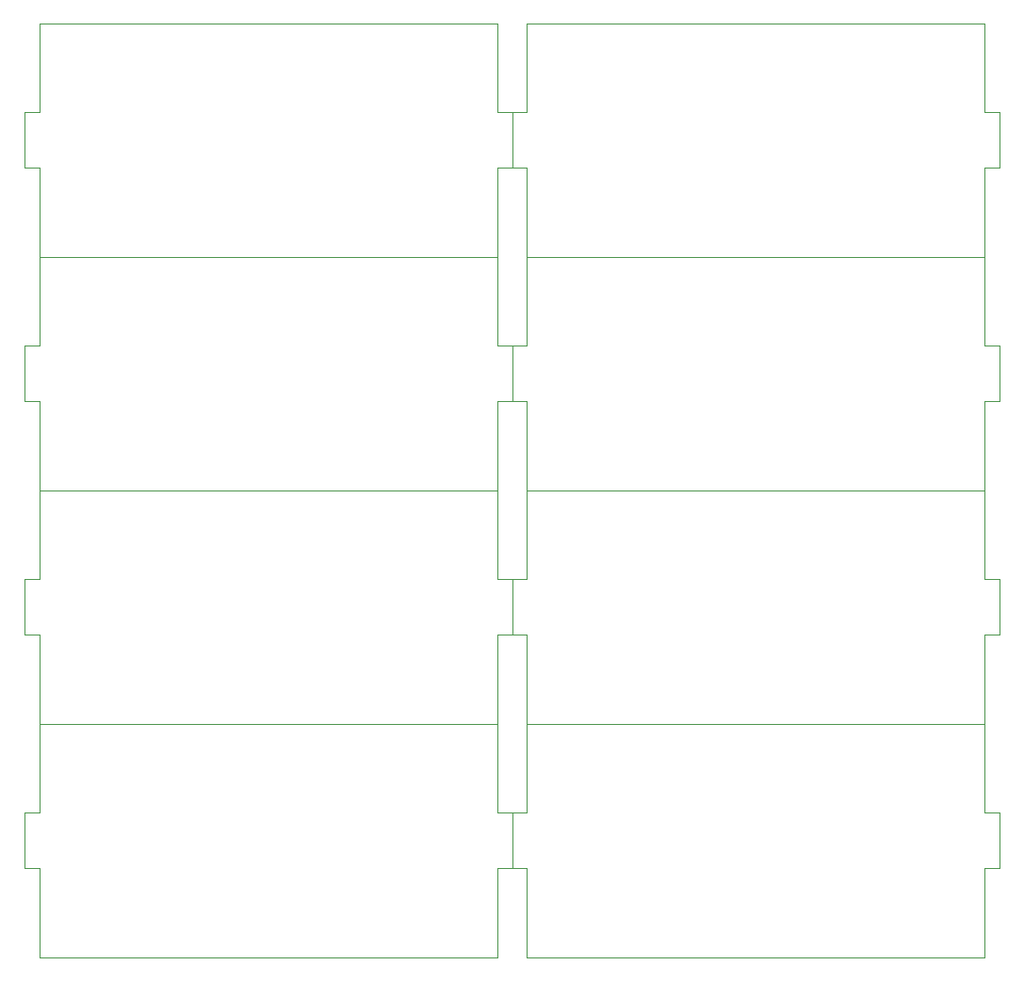
<source format=gbr>
G04 #@! TF.GenerationSoftware,KiCad,Pcbnew,5.1.5+dfsg1-2build2*
G04 #@! TF.CreationDate,2021-11-16T18:46:50-05:00*
G04 #@! TF.ProjectId,,58585858-5858-4585-9858-585858585858,rev?*
G04 #@! TF.SameCoordinates,Original*
G04 #@! TF.FileFunction,Profile,NP*
%FSLAX46Y46*%
G04 Gerber Fmt 4.6, Leading zero omitted, Abs format (unit mm)*
G04 Created by KiCad (PCBNEW 5.1.5+dfsg1-2build2) date 2021-11-16 18:46:50*
%MOMM*%
%LPD*%
G04 APERTURE LIST*
%ADD10C,0.050000*%
G04 APERTURE END LIST*
D10*
X148181500Y-117342500D02*
X149481500Y-117342500D01*
X104381500Y-117342500D02*
X105681500Y-117342500D01*
X148181500Y-96342500D02*
X149481500Y-96342500D01*
X104381500Y-96342500D02*
X105681500Y-96342500D01*
X148181500Y-75342500D02*
X149481500Y-75342500D01*
X104381500Y-75342500D02*
X105681500Y-75342500D01*
X148181500Y-54342500D02*
X149481500Y-54342500D01*
X149481500Y-117342500D02*
X149481500Y-109342500D01*
X105681500Y-117342500D02*
X105681500Y-109342500D01*
X149481500Y-96342500D02*
X149481500Y-88342500D01*
X105681500Y-96342500D02*
X105681500Y-88342500D01*
X149481500Y-75342500D02*
X149481500Y-67342500D01*
X105681500Y-75342500D02*
X105681500Y-67342500D01*
X149481500Y-54342500D02*
X149481500Y-46342500D01*
X190681500Y-117342500D02*
X190681500Y-109342500D01*
X146881500Y-117342500D02*
X146881500Y-109342500D01*
X190681500Y-96342500D02*
X190681500Y-88342500D01*
X146881500Y-96342500D02*
X146881500Y-88342500D01*
X190681500Y-75342500D02*
X190681500Y-67342500D01*
X146881500Y-75342500D02*
X146881500Y-67342500D01*
X190681500Y-54342500D02*
X190681500Y-46342500D01*
X191981500Y-117342500D02*
X191981500Y-122342500D01*
X148181500Y-117342500D02*
X148181500Y-122342500D01*
X191981500Y-96342500D02*
X191981500Y-101342500D01*
X148181500Y-96342500D02*
X148181500Y-101342500D01*
X191981500Y-75342500D02*
X191981500Y-80342500D01*
X148181500Y-75342500D02*
X148181500Y-80342500D01*
X191981500Y-54342500D02*
X191981500Y-59342500D01*
X149481500Y-109342500D02*
X190681500Y-109342500D01*
X105681500Y-109342500D02*
X146881500Y-109342500D01*
X149481500Y-88342500D02*
X190681500Y-88342500D01*
X105681500Y-88342500D02*
X146881500Y-88342500D01*
X149481500Y-67342500D02*
X190681500Y-67342500D01*
X105681500Y-67342500D02*
X146881500Y-67342500D01*
X149481500Y-46342500D02*
X190681500Y-46342500D01*
X148181500Y-117342500D02*
X148181500Y-122342500D01*
X104381500Y-117342500D02*
X104381500Y-122342500D01*
X148181500Y-96342500D02*
X148181500Y-101342500D01*
X104381500Y-96342500D02*
X104381500Y-101342500D01*
X148181500Y-75342500D02*
X148181500Y-80342500D01*
X104381500Y-75342500D02*
X104381500Y-80342500D01*
X148181500Y-54342500D02*
X148181500Y-59342500D01*
X149481500Y-130342500D02*
X190681500Y-130342500D01*
X105681500Y-130342500D02*
X146881500Y-130342500D01*
X149481500Y-109342500D02*
X190681500Y-109342500D01*
X105681500Y-109342500D02*
X146881500Y-109342500D01*
X149481500Y-88342500D02*
X190681500Y-88342500D01*
X105681500Y-88342500D02*
X146881500Y-88342500D01*
X149481500Y-67342500D02*
X190681500Y-67342500D01*
X190681500Y-122342500D02*
X190681500Y-130342500D01*
X146881500Y-122342500D02*
X146881500Y-130342500D01*
X190681500Y-101342500D02*
X190681500Y-109342500D01*
X146881500Y-101342500D02*
X146881500Y-109342500D01*
X190681500Y-80342500D02*
X190681500Y-88342500D01*
X146881500Y-80342500D02*
X146881500Y-88342500D01*
X190681500Y-59342500D02*
X190681500Y-67342500D01*
X190681500Y-122342500D02*
X191981500Y-122342500D01*
X146881500Y-122342500D02*
X148181500Y-122342500D01*
X190681500Y-101342500D02*
X191981500Y-101342500D01*
X146881500Y-101342500D02*
X148181500Y-101342500D01*
X190681500Y-80342500D02*
X191981500Y-80342500D01*
X146881500Y-80342500D02*
X148181500Y-80342500D01*
X190681500Y-59342500D02*
X191981500Y-59342500D01*
X149481500Y-130342500D02*
X149481500Y-122342500D01*
X105681500Y-130342500D02*
X105681500Y-122342500D01*
X149481500Y-109342500D02*
X149481500Y-101342500D01*
X105681500Y-109342500D02*
X105681500Y-101342500D01*
X149481500Y-88342500D02*
X149481500Y-80342500D01*
X105681500Y-88342500D02*
X105681500Y-80342500D01*
X149481500Y-67342500D02*
X149481500Y-59342500D01*
X148181500Y-122342500D02*
X149481500Y-122342500D01*
X104381500Y-122342500D02*
X105681500Y-122342500D01*
X148181500Y-101342500D02*
X149481500Y-101342500D01*
X104381500Y-101342500D02*
X105681500Y-101342500D01*
X148181500Y-80342500D02*
X149481500Y-80342500D01*
X104381500Y-80342500D02*
X105681500Y-80342500D01*
X148181500Y-59342500D02*
X149481500Y-59342500D01*
X190681500Y-117342500D02*
X191981500Y-117342500D01*
X146881500Y-117342500D02*
X148181500Y-117342500D01*
X190681500Y-96342500D02*
X191981500Y-96342500D01*
X146881500Y-96342500D02*
X148181500Y-96342500D01*
X190681500Y-75342500D02*
X191981500Y-75342500D01*
X146881500Y-75342500D02*
X148181500Y-75342500D01*
X190681500Y-54342500D02*
X191981500Y-54342500D01*
X146881500Y-59342500D02*
X146881500Y-67342500D01*
X146881500Y-59342500D02*
X148181500Y-59342500D01*
X105681500Y-67342500D02*
X105681500Y-59342500D01*
X104381500Y-59342500D02*
X105681500Y-59342500D01*
X146881500Y-54342500D02*
X148181500Y-54342500D01*
X104381500Y-54342500D02*
X105681500Y-54342500D01*
X146881500Y-54342500D02*
X146881500Y-46342500D01*
X105681500Y-54342500D02*
X105681500Y-46342500D01*
X148181500Y-54342500D02*
X148181500Y-59342500D01*
X104381500Y-54342500D02*
X104381500Y-59342500D01*
X105681500Y-67342500D02*
X146881500Y-67342500D01*
X105681500Y-46342500D02*
X146881500Y-46342500D01*
M02*

</source>
